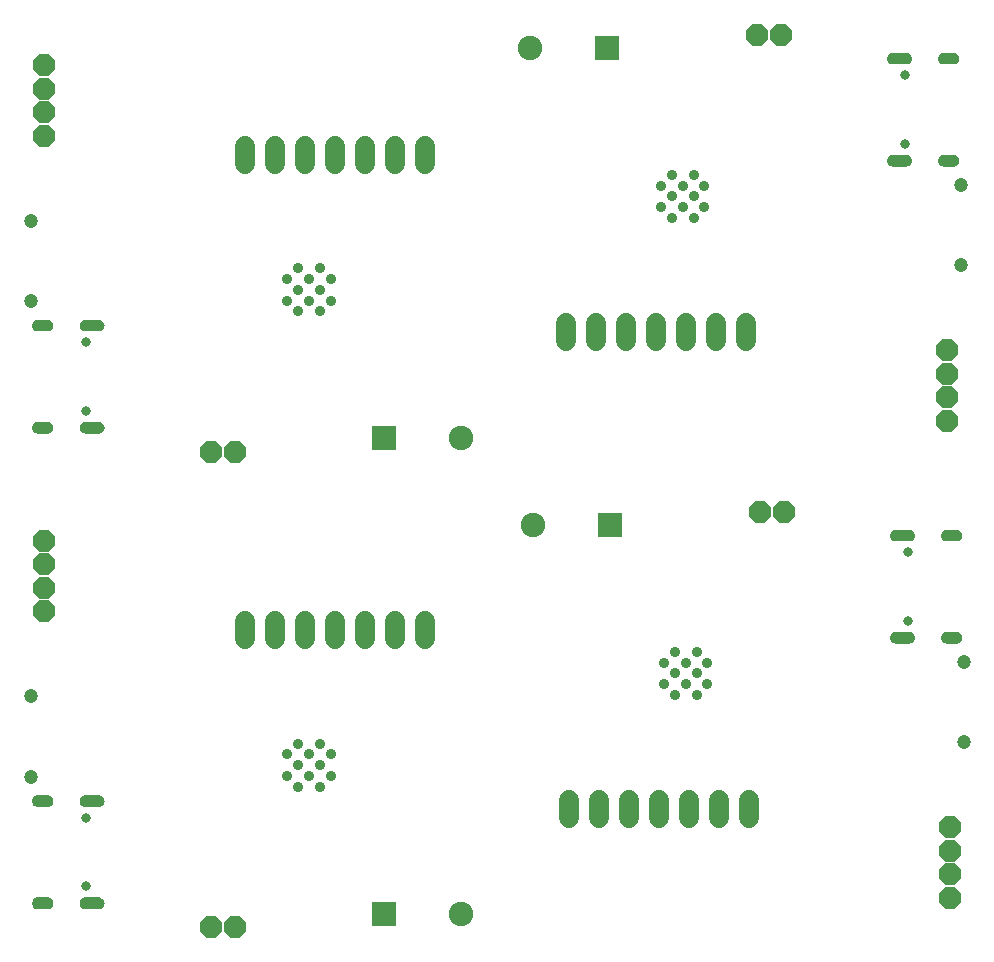
<source format=gbr>
G04 EAGLE Gerber RS-274X export*
G75*
%MOMM*%
%FSLAX34Y34*%
%LPD*%
%INSoldermask Bottom*%
%IPPOS*%
%AMOC8*
5,1,8,0,0,1.08239X$1,22.5*%
G01*
%ADD10C,0.911200*%
%ADD11C,1.203200*%
%ADD12C,0.803200*%
%ADD13C,1.727200*%
%ADD14P,2.034460X8X22.500000*%
%ADD15P,2.034460X8X292.500000*%
%ADD16R,2.070100X2.070100*%
%ADD17C,2.070100*%
%ADD18P,2.034460X8X202.500000*%
%ADD19P,2.034460X8X112.500000*%

G36*
X67523Y443193D02*
X67523Y443193D01*
X67526Y443191D01*
X68638Y443316D01*
X68644Y443322D01*
X68649Y443319D01*
X69706Y443689D01*
X69710Y443696D01*
X69716Y443693D01*
X70664Y444289D01*
X70667Y444297D01*
X70672Y444296D01*
X71464Y445088D01*
X71465Y445096D01*
X71471Y445096D01*
X72067Y446044D01*
X72066Y446053D01*
X72071Y446054D01*
X72441Y447111D01*
X72440Y447115D01*
X72442Y447117D01*
X72440Y447120D01*
X72444Y447122D01*
X72569Y448235D01*
X72565Y448241D01*
X72569Y448245D01*
X72456Y449348D01*
X72450Y449354D01*
X72454Y449359D01*
X72098Y450408D01*
X72091Y450413D01*
X72093Y450418D01*
X71513Y451363D01*
X71506Y451366D01*
X71506Y451372D01*
X70731Y452163D01*
X70722Y452165D01*
X70722Y452170D01*
X69789Y452770D01*
X69781Y452769D01*
X69780Y452774D01*
X68737Y453151D01*
X68729Y453149D01*
X68726Y453154D01*
X67626Y453289D01*
X67623Y453287D01*
X67622Y453287D01*
X67620Y453289D01*
X56620Y453289D01*
X56617Y453287D01*
X56615Y453289D01*
X55490Y453174D01*
X55484Y453168D01*
X55479Y453171D01*
X54408Y452808D01*
X54404Y452801D01*
X54398Y452804D01*
X53435Y452211D01*
X53432Y452204D01*
X53426Y452205D01*
X52618Y451413D01*
X52617Y451405D01*
X52612Y451404D01*
X52000Y450453D01*
X52001Y450447D01*
X51997Y450444D01*
X51997Y450443D01*
X51996Y450443D01*
X51611Y449379D01*
X51614Y449371D01*
X51609Y449368D01*
X51471Y448246D01*
X51475Y448239D01*
X51471Y448235D01*
X51596Y447122D01*
X51602Y447116D01*
X51599Y447111D01*
X51969Y446054D01*
X51976Y446050D01*
X51973Y446044D01*
X52569Y445096D01*
X52577Y445093D01*
X52576Y445088D01*
X53368Y444296D01*
X53376Y444295D01*
X53376Y444289D01*
X54324Y443693D01*
X54333Y443694D01*
X54334Y443689D01*
X55391Y443319D01*
X55399Y443321D01*
X55402Y443316D01*
X56515Y443191D01*
X56518Y443193D01*
X56520Y443191D01*
X67520Y443191D01*
X67523Y443193D01*
G37*
G36*
X67523Y40603D02*
X67523Y40603D01*
X67526Y40601D01*
X68638Y40726D01*
X68644Y40732D01*
X68649Y40729D01*
X69706Y41099D01*
X69710Y41106D01*
X69716Y41103D01*
X70664Y41699D01*
X70667Y41707D01*
X70672Y41706D01*
X71464Y42498D01*
X71465Y42506D01*
X71471Y42506D01*
X72067Y43454D01*
X72066Y43463D01*
X72071Y43464D01*
X72441Y44521D01*
X72440Y44525D01*
X72442Y44527D01*
X72440Y44530D01*
X72444Y44532D01*
X72569Y45645D01*
X72565Y45651D01*
X72569Y45655D01*
X72456Y46758D01*
X72450Y46764D01*
X72454Y46769D01*
X72098Y47818D01*
X72091Y47823D01*
X72093Y47828D01*
X71513Y48773D01*
X71506Y48776D01*
X71506Y48782D01*
X70731Y49573D01*
X70722Y49575D01*
X70722Y49580D01*
X69789Y50180D01*
X69781Y50179D01*
X69780Y50184D01*
X68737Y50561D01*
X68729Y50559D01*
X68726Y50564D01*
X67626Y50699D01*
X67623Y50697D01*
X67622Y50697D01*
X67620Y50699D01*
X56620Y50699D01*
X56617Y50697D01*
X56615Y50699D01*
X55490Y50584D01*
X55484Y50578D01*
X55479Y50581D01*
X54408Y50218D01*
X54404Y50211D01*
X54398Y50214D01*
X53435Y49621D01*
X53432Y49614D01*
X53426Y49615D01*
X52618Y48823D01*
X52617Y48815D01*
X52612Y48814D01*
X52000Y47863D01*
X52001Y47857D01*
X51997Y47854D01*
X51997Y47853D01*
X51996Y47853D01*
X51611Y46789D01*
X51614Y46781D01*
X51609Y46778D01*
X51471Y45656D01*
X51475Y45649D01*
X51471Y45645D01*
X51596Y44532D01*
X51602Y44526D01*
X51599Y44521D01*
X51969Y43464D01*
X51976Y43460D01*
X51973Y43454D01*
X52569Y42506D01*
X52577Y42503D01*
X52576Y42498D01*
X53368Y41706D01*
X53376Y41705D01*
X53376Y41699D01*
X54324Y41103D01*
X54333Y41104D01*
X54334Y41099D01*
X55391Y40729D01*
X55399Y40731D01*
X55402Y40726D01*
X56515Y40601D01*
X56518Y40603D01*
X56520Y40601D01*
X67520Y40601D01*
X67523Y40603D01*
G37*
G36*
X751103Y755753D02*
X751103Y755753D01*
X751105Y755751D01*
X752230Y755867D01*
X752236Y755872D01*
X752241Y755869D01*
X753312Y756232D01*
X753316Y756239D01*
X753322Y756236D01*
X754285Y756829D01*
X754288Y756836D01*
X754294Y756835D01*
X755102Y757627D01*
X755103Y757635D01*
X755109Y757636D01*
X755720Y758587D01*
X755719Y758592D01*
X755721Y758594D01*
X755720Y758596D01*
X755725Y758597D01*
X756109Y759661D01*
X756106Y759669D01*
X756111Y759672D01*
X756249Y760794D01*
X756245Y760801D01*
X756249Y760806D01*
X756124Y761918D01*
X756118Y761924D01*
X756121Y761929D01*
X755751Y762986D01*
X755745Y762990D01*
X755747Y762996D01*
X755151Y763944D01*
X755143Y763947D01*
X755144Y763952D01*
X754352Y764744D01*
X754344Y764745D01*
X754344Y764751D01*
X753396Y765347D01*
X753387Y765346D01*
X753386Y765351D01*
X752329Y765721D01*
X752321Y765719D01*
X752318Y765724D01*
X751206Y765849D01*
X751202Y765847D01*
X751200Y765849D01*
X740200Y765849D01*
X740197Y765847D01*
X740196Y765847D01*
X740195Y765849D01*
X739082Y765724D01*
X739076Y765718D01*
X739071Y765721D01*
X738014Y765351D01*
X738010Y765345D01*
X738004Y765347D01*
X737056Y764751D01*
X737053Y764743D01*
X737048Y764744D01*
X736256Y763952D01*
X736255Y763944D01*
X736249Y763944D01*
X735653Y762996D01*
X735654Y762987D01*
X735649Y762986D01*
X735279Y761929D01*
X735281Y761923D01*
X735277Y761920D01*
X735278Y761919D01*
X735276Y761918D01*
X735151Y760806D01*
X735155Y760799D01*
X735151Y760795D01*
X735264Y759692D01*
X735270Y759686D01*
X735266Y759682D01*
X735622Y758632D01*
X735629Y758627D01*
X735627Y758622D01*
X736207Y757677D01*
X736214Y757674D01*
X736214Y757668D01*
X736989Y756877D01*
X736998Y756875D01*
X736998Y756870D01*
X737931Y756270D01*
X737939Y756271D01*
X737940Y756266D01*
X738983Y755889D01*
X738991Y755891D01*
X738994Y755886D01*
X740094Y755751D01*
X740098Y755753D01*
X740100Y755751D01*
X751100Y755751D01*
X751103Y755753D01*
G37*
G36*
X753643Y351893D02*
X753643Y351893D01*
X753645Y351891D01*
X754770Y352007D01*
X754776Y352012D01*
X754781Y352009D01*
X755852Y352372D01*
X755856Y352379D01*
X755862Y352376D01*
X756825Y352969D01*
X756828Y352976D01*
X756834Y352975D01*
X757642Y353767D01*
X757643Y353775D01*
X757649Y353776D01*
X758260Y354727D01*
X758259Y354732D01*
X758261Y354734D01*
X758260Y354736D01*
X758265Y354737D01*
X758649Y355801D01*
X758646Y355809D01*
X758651Y355812D01*
X758789Y356934D01*
X758785Y356941D01*
X758789Y356946D01*
X758664Y358058D01*
X758658Y358064D01*
X758661Y358069D01*
X758291Y359126D01*
X758285Y359130D01*
X758287Y359136D01*
X757691Y360084D01*
X757683Y360087D01*
X757684Y360092D01*
X756892Y360884D01*
X756884Y360885D01*
X756884Y360891D01*
X755936Y361487D01*
X755927Y361486D01*
X755926Y361491D01*
X754869Y361861D01*
X754861Y361859D01*
X754858Y361864D01*
X753746Y361989D01*
X753742Y361987D01*
X753740Y361989D01*
X742740Y361989D01*
X742737Y361987D01*
X742736Y361987D01*
X742735Y361989D01*
X741622Y361864D01*
X741616Y361858D01*
X741611Y361861D01*
X740554Y361491D01*
X740550Y361485D01*
X740544Y361487D01*
X739596Y360891D01*
X739593Y360883D01*
X739588Y360884D01*
X738796Y360092D01*
X738795Y360084D01*
X738789Y360084D01*
X738193Y359136D01*
X738194Y359127D01*
X738189Y359126D01*
X737819Y358069D01*
X737821Y358063D01*
X737817Y358060D01*
X737818Y358059D01*
X737816Y358058D01*
X737691Y356946D01*
X737695Y356939D01*
X737691Y356935D01*
X737804Y355832D01*
X737810Y355826D01*
X737806Y355822D01*
X738162Y354772D01*
X738169Y354767D01*
X738167Y354762D01*
X738747Y353817D01*
X738754Y353814D01*
X738754Y353808D01*
X739529Y353017D01*
X739538Y353015D01*
X739538Y353010D01*
X740471Y352410D01*
X740479Y352411D01*
X740480Y352406D01*
X741523Y352029D01*
X741531Y352031D01*
X741534Y352026D01*
X742634Y351891D01*
X742638Y351893D01*
X742640Y351891D01*
X753640Y351891D01*
X753643Y351893D01*
G37*
G36*
X751203Y669253D02*
X751203Y669253D01*
X751206Y669251D01*
X752318Y669376D01*
X752324Y669382D01*
X752329Y669379D01*
X753386Y669749D01*
X753390Y669756D01*
X753396Y669753D01*
X754344Y670349D01*
X754347Y670357D01*
X754352Y670356D01*
X755144Y671148D01*
X755145Y671156D01*
X755151Y671156D01*
X755747Y672104D01*
X755746Y672113D01*
X755751Y672114D01*
X756121Y673171D01*
X756120Y673175D01*
X756122Y673177D01*
X756120Y673180D01*
X756124Y673182D01*
X756249Y674295D01*
X756245Y674302D01*
X756249Y674306D01*
X756124Y675418D01*
X756118Y675424D01*
X756121Y675429D01*
X755751Y676486D01*
X755745Y676490D01*
X755747Y676496D01*
X755151Y677444D01*
X755143Y677447D01*
X755144Y677452D01*
X754352Y678244D01*
X754344Y678245D01*
X754344Y678251D01*
X753396Y678847D01*
X753387Y678846D01*
X753386Y678851D01*
X752329Y679221D01*
X752321Y679219D01*
X752318Y679224D01*
X751206Y679349D01*
X751202Y679347D01*
X751200Y679349D01*
X740200Y679349D01*
X740197Y679347D01*
X740196Y679347D01*
X740195Y679349D01*
X739082Y679224D01*
X739076Y679218D01*
X739071Y679221D01*
X738014Y678851D01*
X738010Y678845D01*
X738004Y678847D01*
X737056Y678251D01*
X737053Y678243D01*
X737048Y678244D01*
X736256Y677452D01*
X736255Y677444D01*
X736249Y677444D01*
X735653Y676496D01*
X735654Y676487D01*
X735649Y676486D01*
X735279Y675429D01*
X735281Y675423D01*
X735277Y675420D01*
X735278Y675419D01*
X735276Y675418D01*
X735151Y674306D01*
X735155Y674298D01*
X735151Y674295D01*
X735276Y673182D01*
X735282Y673176D01*
X735279Y673171D01*
X735649Y672114D01*
X735656Y672110D01*
X735653Y672104D01*
X736249Y671156D01*
X736257Y671153D01*
X736256Y671148D01*
X737048Y670356D01*
X737056Y670355D01*
X737056Y670349D01*
X738004Y669753D01*
X738013Y669754D01*
X738014Y669749D01*
X739071Y669379D01*
X739079Y669381D01*
X739082Y669376D01*
X740195Y669251D01*
X740198Y669253D01*
X740200Y669251D01*
X751200Y669251D01*
X751203Y669253D01*
G37*
G36*
X67523Y529693D02*
X67523Y529693D01*
X67526Y529691D01*
X68638Y529816D01*
X68644Y529822D01*
X68649Y529819D01*
X69706Y530189D01*
X69710Y530196D01*
X69716Y530193D01*
X70664Y530789D01*
X70667Y530797D01*
X70672Y530796D01*
X71464Y531588D01*
X71465Y531596D01*
X71471Y531596D01*
X72067Y532544D01*
X72066Y532553D01*
X72071Y532554D01*
X72441Y533611D01*
X72440Y533615D01*
X72442Y533617D01*
X72440Y533620D01*
X72444Y533622D01*
X72569Y534735D01*
X72565Y534742D01*
X72569Y534746D01*
X72444Y535858D01*
X72438Y535864D01*
X72441Y535869D01*
X72071Y536926D01*
X72065Y536930D01*
X72067Y536936D01*
X71471Y537884D01*
X71463Y537887D01*
X71464Y537892D01*
X70672Y538684D01*
X70664Y538685D01*
X70664Y538691D01*
X69716Y539287D01*
X69707Y539286D01*
X69706Y539291D01*
X68649Y539661D01*
X68641Y539659D01*
X68638Y539664D01*
X67526Y539789D01*
X67522Y539787D01*
X67520Y539789D01*
X56520Y539789D01*
X56517Y539787D01*
X56516Y539787D01*
X56515Y539789D01*
X55402Y539664D01*
X55396Y539658D01*
X55391Y539661D01*
X54334Y539291D01*
X54330Y539285D01*
X54324Y539287D01*
X53376Y538691D01*
X53373Y538683D01*
X53368Y538684D01*
X52576Y537892D01*
X52575Y537884D01*
X52569Y537884D01*
X51973Y536936D01*
X51974Y536927D01*
X51969Y536926D01*
X51599Y535869D01*
X51601Y535863D01*
X51597Y535860D01*
X51598Y535859D01*
X51596Y535858D01*
X51471Y534746D01*
X51475Y534738D01*
X51471Y534735D01*
X51596Y533622D01*
X51602Y533616D01*
X51599Y533611D01*
X51969Y532554D01*
X51976Y532550D01*
X51973Y532544D01*
X52569Y531596D01*
X52577Y531593D01*
X52576Y531588D01*
X53368Y530796D01*
X53376Y530795D01*
X53376Y530789D01*
X54324Y530193D01*
X54333Y530194D01*
X54334Y530189D01*
X55391Y529819D01*
X55399Y529821D01*
X55402Y529816D01*
X56515Y529691D01*
X56518Y529693D01*
X56520Y529691D01*
X67520Y529691D01*
X67523Y529693D01*
G37*
G36*
X753743Y265393D02*
X753743Y265393D01*
X753746Y265391D01*
X754858Y265516D01*
X754864Y265522D01*
X754869Y265519D01*
X755926Y265889D01*
X755930Y265896D01*
X755936Y265893D01*
X756884Y266489D01*
X756887Y266497D01*
X756892Y266496D01*
X757684Y267288D01*
X757685Y267296D01*
X757691Y267296D01*
X758287Y268244D01*
X758286Y268253D01*
X758291Y268254D01*
X758661Y269311D01*
X758660Y269315D01*
X758662Y269317D01*
X758660Y269320D01*
X758664Y269322D01*
X758789Y270435D01*
X758785Y270442D01*
X758789Y270446D01*
X758664Y271558D01*
X758658Y271564D01*
X758661Y271569D01*
X758291Y272626D01*
X758285Y272630D01*
X758287Y272636D01*
X757691Y273584D01*
X757683Y273587D01*
X757684Y273592D01*
X756892Y274384D01*
X756884Y274385D01*
X756884Y274391D01*
X755936Y274987D01*
X755927Y274986D01*
X755926Y274991D01*
X754869Y275361D01*
X754861Y275359D01*
X754858Y275364D01*
X753746Y275489D01*
X753742Y275487D01*
X753740Y275489D01*
X742740Y275489D01*
X742737Y275487D01*
X742736Y275487D01*
X742735Y275489D01*
X741622Y275364D01*
X741616Y275358D01*
X741611Y275361D01*
X740554Y274991D01*
X740550Y274985D01*
X740544Y274987D01*
X739596Y274391D01*
X739593Y274383D01*
X739588Y274384D01*
X738796Y273592D01*
X738795Y273584D01*
X738789Y273584D01*
X738193Y272636D01*
X738194Y272627D01*
X738189Y272626D01*
X737819Y271569D01*
X737821Y271563D01*
X737817Y271560D01*
X737818Y271559D01*
X737816Y271558D01*
X737691Y270446D01*
X737695Y270438D01*
X737691Y270435D01*
X737816Y269322D01*
X737822Y269316D01*
X737819Y269311D01*
X738189Y268254D01*
X738196Y268250D01*
X738193Y268244D01*
X738789Y267296D01*
X738797Y267293D01*
X738796Y267288D01*
X739588Y266496D01*
X739596Y266495D01*
X739596Y266489D01*
X740544Y265893D01*
X740553Y265894D01*
X740554Y265889D01*
X741611Y265519D01*
X741619Y265521D01*
X741622Y265516D01*
X742735Y265391D01*
X742738Y265393D01*
X742740Y265391D01*
X753740Y265391D01*
X753743Y265393D01*
G37*
G36*
X67523Y127103D02*
X67523Y127103D01*
X67526Y127101D01*
X68638Y127226D01*
X68644Y127232D01*
X68649Y127229D01*
X69706Y127599D01*
X69710Y127606D01*
X69716Y127603D01*
X70664Y128199D01*
X70667Y128207D01*
X70672Y128206D01*
X71464Y128998D01*
X71465Y129006D01*
X71471Y129006D01*
X72067Y129954D01*
X72066Y129963D01*
X72071Y129964D01*
X72441Y131021D01*
X72440Y131025D01*
X72442Y131027D01*
X72440Y131030D01*
X72444Y131032D01*
X72569Y132145D01*
X72565Y132152D01*
X72569Y132156D01*
X72444Y133268D01*
X72438Y133274D01*
X72441Y133279D01*
X72071Y134336D01*
X72065Y134340D01*
X72067Y134346D01*
X71471Y135294D01*
X71463Y135297D01*
X71464Y135302D01*
X70672Y136094D01*
X70664Y136095D01*
X70664Y136101D01*
X69716Y136697D01*
X69707Y136696D01*
X69706Y136701D01*
X68649Y137071D01*
X68641Y137069D01*
X68638Y137074D01*
X67526Y137199D01*
X67522Y137197D01*
X67520Y137199D01*
X56520Y137199D01*
X56517Y137197D01*
X56516Y137197D01*
X56515Y137199D01*
X55402Y137074D01*
X55396Y137068D01*
X55391Y137071D01*
X54334Y136701D01*
X54330Y136695D01*
X54324Y136697D01*
X53376Y136101D01*
X53373Y136093D01*
X53368Y136094D01*
X52576Y135302D01*
X52575Y135294D01*
X52569Y135294D01*
X51973Y134346D01*
X51974Y134337D01*
X51969Y134336D01*
X51599Y133279D01*
X51601Y133273D01*
X51597Y133270D01*
X51598Y133269D01*
X51596Y133268D01*
X51471Y132156D01*
X51475Y132148D01*
X51471Y132145D01*
X51596Y131032D01*
X51602Y131026D01*
X51599Y131021D01*
X51969Y129964D01*
X51976Y129960D01*
X51973Y129954D01*
X52569Y129006D01*
X52577Y129003D01*
X52576Y128998D01*
X53368Y128206D01*
X53376Y128205D01*
X53376Y128199D01*
X54324Y127603D01*
X54333Y127604D01*
X54334Y127599D01*
X55391Y127229D01*
X55399Y127231D01*
X55402Y127226D01*
X56515Y127101D01*
X56518Y127103D01*
X56520Y127101D01*
X67520Y127101D01*
X67523Y127103D01*
G37*
G36*
X791403Y755753D02*
X791403Y755753D01*
X791406Y755751D01*
X792518Y755876D01*
X792524Y755882D01*
X792529Y755879D01*
X793586Y756249D01*
X793590Y756256D01*
X793596Y756253D01*
X794544Y756849D01*
X794547Y756857D01*
X794552Y756856D01*
X795344Y757648D01*
X795345Y757656D01*
X795351Y757656D01*
X795947Y758604D01*
X795946Y758613D01*
X795951Y758614D01*
X796321Y759671D01*
X796320Y759675D01*
X796322Y759677D01*
X796320Y759680D01*
X796324Y759682D01*
X796449Y760795D01*
X796445Y760802D01*
X796449Y760806D01*
X796324Y761918D01*
X796318Y761924D01*
X796321Y761929D01*
X795951Y762986D01*
X795945Y762990D01*
X795947Y762996D01*
X795351Y763944D01*
X795343Y763947D01*
X795344Y763952D01*
X794552Y764744D01*
X794544Y764745D01*
X794544Y764751D01*
X793596Y765347D01*
X793587Y765346D01*
X793586Y765351D01*
X792529Y765721D01*
X792521Y765719D01*
X792518Y765724D01*
X791406Y765849D01*
X791402Y765847D01*
X791400Y765849D01*
X783400Y765849D01*
X783397Y765847D01*
X783396Y765847D01*
X783395Y765849D01*
X782282Y765724D01*
X782276Y765718D01*
X782271Y765721D01*
X781214Y765351D01*
X781210Y765345D01*
X781204Y765347D01*
X780256Y764751D01*
X780253Y764743D01*
X780248Y764744D01*
X779456Y763952D01*
X779455Y763944D01*
X779449Y763944D01*
X778853Y762996D01*
X778854Y762987D01*
X778849Y762986D01*
X778479Y761929D01*
X778481Y761923D01*
X778477Y761920D01*
X778478Y761919D01*
X778476Y761918D01*
X778351Y760806D01*
X778355Y760798D01*
X778351Y760795D01*
X778476Y759682D01*
X778482Y759676D01*
X778479Y759671D01*
X778849Y758614D01*
X778856Y758610D01*
X778853Y758604D01*
X779449Y757656D01*
X779457Y757653D01*
X779456Y757648D01*
X780248Y756856D01*
X780256Y756855D01*
X780256Y756849D01*
X781204Y756253D01*
X781213Y756254D01*
X781214Y756249D01*
X782271Y755879D01*
X782279Y755881D01*
X782282Y755876D01*
X783395Y755751D01*
X783398Y755753D01*
X783400Y755751D01*
X791400Y755751D01*
X791403Y755753D01*
G37*
G36*
X791403Y669253D02*
X791403Y669253D01*
X791406Y669251D01*
X792518Y669376D01*
X792524Y669382D01*
X792529Y669379D01*
X793586Y669749D01*
X793590Y669756D01*
X793596Y669753D01*
X794544Y670349D01*
X794547Y670357D01*
X794552Y670356D01*
X795344Y671148D01*
X795345Y671156D01*
X795351Y671156D01*
X795947Y672104D01*
X795946Y672113D01*
X795951Y672114D01*
X796321Y673171D01*
X796320Y673175D01*
X796322Y673177D01*
X796320Y673180D01*
X796324Y673182D01*
X796449Y674295D01*
X796445Y674302D01*
X796449Y674306D01*
X796324Y675418D01*
X796318Y675424D01*
X796321Y675429D01*
X795951Y676486D01*
X795945Y676490D01*
X795947Y676496D01*
X795351Y677444D01*
X795343Y677447D01*
X795344Y677452D01*
X794552Y678244D01*
X794544Y678245D01*
X794544Y678251D01*
X793596Y678847D01*
X793587Y678846D01*
X793586Y678851D01*
X792529Y679221D01*
X792521Y679219D01*
X792518Y679224D01*
X791406Y679349D01*
X791402Y679347D01*
X791400Y679349D01*
X783400Y679349D01*
X783397Y679347D01*
X783396Y679347D01*
X783395Y679349D01*
X782282Y679224D01*
X782276Y679218D01*
X782271Y679221D01*
X781214Y678851D01*
X781210Y678845D01*
X781204Y678847D01*
X780256Y678251D01*
X780253Y678243D01*
X780248Y678244D01*
X779456Y677452D01*
X779455Y677444D01*
X779449Y677444D01*
X778853Y676496D01*
X778854Y676487D01*
X778849Y676486D01*
X778479Y675429D01*
X778481Y675423D01*
X778477Y675420D01*
X778478Y675419D01*
X778476Y675418D01*
X778351Y674306D01*
X778355Y674298D01*
X778351Y674295D01*
X778476Y673182D01*
X778482Y673176D01*
X778479Y673171D01*
X778849Y672114D01*
X778856Y672110D01*
X778853Y672104D01*
X779449Y671156D01*
X779457Y671153D01*
X779456Y671148D01*
X780248Y670356D01*
X780256Y670355D01*
X780256Y670349D01*
X781204Y669753D01*
X781213Y669754D01*
X781214Y669749D01*
X782271Y669379D01*
X782279Y669381D01*
X782282Y669376D01*
X783395Y669251D01*
X783398Y669253D01*
X783400Y669251D01*
X791400Y669251D01*
X791403Y669253D01*
G37*
G36*
X24323Y529693D02*
X24323Y529693D01*
X24326Y529691D01*
X25438Y529816D01*
X25444Y529822D01*
X25449Y529819D01*
X26506Y530189D01*
X26510Y530196D01*
X26516Y530193D01*
X27464Y530789D01*
X27467Y530797D01*
X27472Y530796D01*
X28264Y531588D01*
X28265Y531596D01*
X28271Y531596D01*
X28867Y532544D01*
X28866Y532553D01*
X28871Y532554D01*
X29241Y533611D01*
X29240Y533615D01*
X29242Y533617D01*
X29240Y533620D01*
X29244Y533622D01*
X29369Y534735D01*
X29365Y534742D01*
X29369Y534746D01*
X29244Y535858D01*
X29238Y535864D01*
X29241Y535869D01*
X28871Y536926D01*
X28865Y536930D01*
X28867Y536936D01*
X28271Y537884D01*
X28263Y537887D01*
X28264Y537892D01*
X27472Y538684D01*
X27464Y538685D01*
X27464Y538691D01*
X26516Y539287D01*
X26507Y539286D01*
X26506Y539291D01*
X25449Y539661D01*
X25441Y539659D01*
X25438Y539664D01*
X24326Y539789D01*
X24322Y539787D01*
X24320Y539789D01*
X16320Y539789D01*
X16317Y539787D01*
X16316Y539787D01*
X16315Y539789D01*
X15202Y539664D01*
X15196Y539658D01*
X15191Y539661D01*
X14134Y539291D01*
X14130Y539285D01*
X14124Y539287D01*
X13176Y538691D01*
X13173Y538683D01*
X13168Y538684D01*
X12376Y537892D01*
X12375Y537884D01*
X12369Y537884D01*
X11773Y536936D01*
X11774Y536927D01*
X11769Y536926D01*
X11399Y535869D01*
X11401Y535863D01*
X11397Y535860D01*
X11398Y535859D01*
X11396Y535858D01*
X11271Y534746D01*
X11275Y534738D01*
X11271Y534735D01*
X11396Y533622D01*
X11402Y533616D01*
X11399Y533611D01*
X11769Y532554D01*
X11776Y532550D01*
X11773Y532544D01*
X12369Y531596D01*
X12377Y531593D01*
X12376Y531588D01*
X13168Y530796D01*
X13176Y530795D01*
X13176Y530789D01*
X14124Y530193D01*
X14133Y530194D01*
X14134Y530189D01*
X15191Y529819D01*
X15199Y529821D01*
X15202Y529816D01*
X16315Y529691D01*
X16318Y529693D01*
X16320Y529691D01*
X24320Y529691D01*
X24323Y529693D01*
G37*
G36*
X24323Y443193D02*
X24323Y443193D01*
X24326Y443191D01*
X25438Y443316D01*
X25444Y443322D01*
X25449Y443319D01*
X26506Y443689D01*
X26510Y443696D01*
X26516Y443693D01*
X27464Y444289D01*
X27467Y444297D01*
X27472Y444296D01*
X28264Y445088D01*
X28265Y445096D01*
X28271Y445096D01*
X28867Y446044D01*
X28866Y446053D01*
X28871Y446054D01*
X29241Y447111D01*
X29240Y447115D01*
X29242Y447117D01*
X29240Y447120D01*
X29244Y447122D01*
X29369Y448235D01*
X29365Y448242D01*
X29369Y448246D01*
X29244Y449358D01*
X29238Y449364D01*
X29241Y449369D01*
X28871Y450426D01*
X28865Y450430D01*
X28867Y450436D01*
X28271Y451384D01*
X28263Y451387D01*
X28264Y451392D01*
X27472Y452184D01*
X27464Y452185D01*
X27464Y452191D01*
X26516Y452787D01*
X26507Y452786D01*
X26506Y452791D01*
X25449Y453161D01*
X25441Y453159D01*
X25438Y453164D01*
X24326Y453289D01*
X24322Y453287D01*
X24320Y453289D01*
X16320Y453289D01*
X16317Y453287D01*
X16316Y453287D01*
X16315Y453289D01*
X15202Y453164D01*
X15196Y453158D01*
X15191Y453161D01*
X14134Y452791D01*
X14130Y452785D01*
X14124Y452787D01*
X13176Y452191D01*
X13173Y452183D01*
X13168Y452184D01*
X12376Y451392D01*
X12375Y451384D01*
X12369Y451384D01*
X11773Y450436D01*
X11774Y450427D01*
X11769Y450426D01*
X11399Y449369D01*
X11401Y449363D01*
X11397Y449360D01*
X11398Y449359D01*
X11396Y449358D01*
X11271Y448246D01*
X11275Y448238D01*
X11271Y448235D01*
X11396Y447122D01*
X11402Y447116D01*
X11399Y447111D01*
X11769Y446054D01*
X11776Y446050D01*
X11773Y446044D01*
X12369Y445096D01*
X12377Y445093D01*
X12376Y445088D01*
X13168Y444296D01*
X13176Y444295D01*
X13176Y444289D01*
X14124Y443693D01*
X14133Y443694D01*
X14134Y443689D01*
X15191Y443319D01*
X15199Y443321D01*
X15202Y443316D01*
X16315Y443191D01*
X16318Y443193D01*
X16320Y443191D01*
X24320Y443191D01*
X24323Y443193D01*
G37*
G36*
X793943Y351893D02*
X793943Y351893D01*
X793946Y351891D01*
X795058Y352016D01*
X795064Y352022D01*
X795069Y352019D01*
X796126Y352389D01*
X796130Y352396D01*
X796136Y352393D01*
X797084Y352989D01*
X797087Y352997D01*
X797092Y352996D01*
X797884Y353788D01*
X797885Y353796D01*
X797891Y353796D01*
X798487Y354744D01*
X798486Y354753D01*
X798491Y354754D01*
X798861Y355811D01*
X798860Y355815D01*
X798862Y355817D01*
X798860Y355820D01*
X798864Y355822D01*
X798989Y356935D01*
X798985Y356942D01*
X798989Y356946D01*
X798864Y358058D01*
X798858Y358064D01*
X798861Y358069D01*
X798491Y359126D01*
X798485Y359130D01*
X798487Y359136D01*
X797891Y360084D01*
X797883Y360087D01*
X797884Y360092D01*
X797092Y360884D01*
X797084Y360885D01*
X797084Y360891D01*
X796136Y361487D01*
X796127Y361486D01*
X796126Y361491D01*
X795069Y361861D01*
X795061Y361859D01*
X795058Y361864D01*
X793946Y361989D01*
X793942Y361987D01*
X793940Y361989D01*
X785940Y361989D01*
X785937Y361987D01*
X785936Y361987D01*
X785935Y361989D01*
X784822Y361864D01*
X784816Y361858D01*
X784811Y361861D01*
X783754Y361491D01*
X783750Y361485D01*
X783744Y361487D01*
X782796Y360891D01*
X782793Y360883D01*
X782788Y360884D01*
X781996Y360092D01*
X781995Y360084D01*
X781989Y360084D01*
X781393Y359136D01*
X781394Y359127D01*
X781389Y359126D01*
X781019Y358069D01*
X781021Y358063D01*
X781017Y358060D01*
X781018Y358059D01*
X781016Y358058D01*
X780891Y356946D01*
X780895Y356938D01*
X780891Y356935D01*
X781016Y355822D01*
X781022Y355816D01*
X781019Y355811D01*
X781389Y354754D01*
X781396Y354750D01*
X781393Y354744D01*
X781989Y353796D01*
X781997Y353793D01*
X781996Y353788D01*
X782788Y352996D01*
X782796Y352995D01*
X782796Y352989D01*
X783744Y352393D01*
X783753Y352394D01*
X783754Y352389D01*
X784811Y352019D01*
X784819Y352021D01*
X784822Y352016D01*
X785935Y351891D01*
X785938Y351893D01*
X785940Y351891D01*
X793940Y351891D01*
X793943Y351893D01*
G37*
G36*
X793943Y265393D02*
X793943Y265393D01*
X793946Y265391D01*
X795058Y265516D01*
X795064Y265522D01*
X795069Y265519D01*
X796126Y265889D01*
X796130Y265896D01*
X796136Y265893D01*
X797084Y266489D01*
X797087Y266497D01*
X797092Y266496D01*
X797884Y267288D01*
X797885Y267296D01*
X797891Y267296D01*
X798487Y268244D01*
X798486Y268253D01*
X798491Y268254D01*
X798861Y269311D01*
X798860Y269315D01*
X798862Y269317D01*
X798860Y269320D01*
X798864Y269322D01*
X798989Y270435D01*
X798985Y270442D01*
X798989Y270446D01*
X798864Y271558D01*
X798858Y271564D01*
X798861Y271569D01*
X798491Y272626D01*
X798485Y272630D01*
X798487Y272636D01*
X797891Y273584D01*
X797883Y273587D01*
X797884Y273592D01*
X797092Y274384D01*
X797084Y274385D01*
X797084Y274391D01*
X796136Y274987D01*
X796127Y274986D01*
X796126Y274991D01*
X795069Y275361D01*
X795061Y275359D01*
X795058Y275364D01*
X793946Y275489D01*
X793942Y275487D01*
X793940Y275489D01*
X785940Y275489D01*
X785937Y275487D01*
X785936Y275487D01*
X785935Y275489D01*
X784822Y275364D01*
X784816Y275358D01*
X784811Y275361D01*
X783754Y274991D01*
X783750Y274985D01*
X783744Y274987D01*
X782796Y274391D01*
X782793Y274383D01*
X782788Y274384D01*
X781996Y273592D01*
X781995Y273584D01*
X781989Y273584D01*
X781393Y272636D01*
X781394Y272627D01*
X781389Y272626D01*
X781019Y271569D01*
X781021Y271563D01*
X781017Y271560D01*
X781018Y271559D01*
X781016Y271558D01*
X780891Y270446D01*
X780895Y270438D01*
X780891Y270435D01*
X781016Y269322D01*
X781022Y269316D01*
X781019Y269311D01*
X781389Y268254D01*
X781396Y268250D01*
X781393Y268244D01*
X781989Y267296D01*
X781997Y267293D01*
X781996Y267288D01*
X782788Y266496D01*
X782796Y266495D01*
X782796Y266489D01*
X783744Y265893D01*
X783753Y265894D01*
X783754Y265889D01*
X784811Y265519D01*
X784819Y265521D01*
X784822Y265516D01*
X785935Y265391D01*
X785938Y265393D01*
X785940Y265391D01*
X793940Y265391D01*
X793943Y265393D01*
G37*
G36*
X24323Y127103D02*
X24323Y127103D01*
X24326Y127101D01*
X25438Y127226D01*
X25444Y127232D01*
X25449Y127229D01*
X26506Y127599D01*
X26510Y127606D01*
X26516Y127603D01*
X27464Y128199D01*
X27467Y128207D01*
X27472Y128206D01*
X28264Y128998D01*
X28265Y129006D01*
X28271Y129006D01*
X28867Y129954D01*
X28866Y129963D01*
X28871Y129964D01*
X29241Y131021D01*
X29240Y131025D01*
X29242Y131027D01*
X29240Y131030D01*
X29244Y131032D01*
X29369Y132145D01*
X29365Y132152D01*
X29369Y132156D01*
X29244Y133268D01*
X29238Y133274D01*
X29241Y133279D01*
X28871Y134336D01*
X28865Y134340D01*
X28867Y134346D01*
X28271Y135294D01*
X28263Y135297D01*
X28264Y135302D01*
X27472Y136094D01*
X27464Y136095D01*
X27464Y136101D01*
X26516Y136697D01*
X26507Y136696D01*
X26506Y136701D01*
X25449Y137071D01*
X25441Y137069D01*
X25438Y137074D01*
X24326Y137199D01*
X24322Y137197D01*
X24320Y137199D01*
X16320Y137199D01*
X16317Y137197D01*
X16316Y137197D01*
X16315Y137199D01*
X15202Y137074D01*
X15196Y137068D01*
X15191Y137071D01*
X14134Y136701D01*
X14130Y136695D01*
X14124Y136697D01*
X13176Y136101D01*
X13173Y136093D01*
X13168Y136094D01*
X12376Y135302D01*
X12375Y135294D01*
X12369Y135294D01*
X11773Y134346D01*
X11774Y134337D01*
X11769Y134336D01*
X11399Y133279D01*
X11401Y133273D01*
X11397Y133270D01*
X11398Y133269D01*
X11396Y133268D01*
X11271Y132156D01*
X11275Y132148D01*
X11271Y132145D01*
X11396Y131032D01*
X11402Y131026D01*
X11399Y131021D01*
X11769Y129964D01*
X11776Y129960D01*
X11773Y129954D01*
X12369Y129006D01*
X12377Y129003D01*
X12376Y128998D01*
X13168Y128206D01*
X13176Y128205D01*
X13176Y128199D01*
X14124Y127603D01*
X14133Y127604D01*
X14134Y127599D01*
X15191Y127229D01*
X15199Y127231D01*
X15202Y127226D01*
X16315Y127101D01*
X16318Y127103D01*
X16320Y127101D01*
X24320Y127101D01*
X24323Y127103D01*
G37*
G36*
X24323Y40603D02*
X24323Y40603D01*
X24326Y40601D01*
X25438Y40726D01*
X25444Y40732D01*
X25449Y40729D01*
X26506Y41099D01*
X26510Y41106D01*
X26516Y41103D01*
X27464Y41699D01*
X27467Y41707D01*
X27472Y41706D01*
X28264Y42498D01*
X28265Y42506D01*
X28271Y42506D01*
X28867Y43454D01*
X28866Y43463D01*
X28871Y43464D01*
X29241Y44521D01*
X29240Y44525D01*
X29242Y44527D01*
X29240Y44530D01*
X29244Y44532D01*
X29369Y45645D01*
X29365Y45652D01*
X29369Y45656D01*
X29244Y46768D01*
X29238Y46774D01*
X29241Y46779D01*
X28871Y47836D01*
X28865Y47840D01*
X28867Y47846D01*
X28271Y48794D01*
X28263Y48797D01*
X28264Y48802D01*
X27472Y49594D01*
X27464Y49595D01*
X27464Y49601D01*
X26516Y50197D01*
X26507Y50196D01*
X26506Y50201D01*
X25449Y50571D01*
X25441Y50569D01*
X25438Y50574D01*
X24326Y50699D01*
X24322Y50697D01*
X24320Y50699D01*
X16320Y50699D01*
X16317Y50697D01*
X16316Y50697D01*
X16315Y50699D01*
X15202Y50574D01*
X15196Y50568D01*
X15191Y50571D01*
X14134Y50201D01*
X14130Y50195D01*
X14124Y50197D01*
X13176Y49601D01*
X13173Y49593D01*
X13168Y49594D01*
X12376Y48802D01*
X12375Y48794D01*
X12369Y48794D01*
X11773Y47846D01*
X11774Y47837D01*
X11769Y47836D01*
X11399Y46779D01*
X11401Y46773D01*
X11397Y46770D01*
X11398Y46769D01*
X11396Y46768D01*
X11271Y45656D01*
X11275Y45648D01*
X11271Y45645D01*
X11396Y44532D01*
X11402Y44526D01*
X11399Y44521D01*
X11769Y43464D01*
X11776Y43460D01*
X11773Y43454D01*
X12369Y42506D01*
X12377Y42503D01*
X12376Y42498D01*
X13168Y41706D01*
X13176Y41705D01*
X13176Y41699D01*
X14124Y41103D01*
X14133Y41104D01*
X14134Y41099D01*
X15191Y40729D01*
X15199Y40731D01*
X15202Y40726D01*
X16315Y40601D01*
X16318Y40603D01*
X16320Y40601D01*
X24320Y40601D01*
X24323Y40603D01*
G37*
D10*
X263920Y171575D03*
X263920Y153225D03*
X254745Y180750D03*
X254745Y162400D03*
X254745Y144050D03*
X245570Y171575D03*
X245570Y153225D03*
X236395Y180750D03*
X236395Y162400D03*
X236395Y144050D03*
X227220Y171575D03*
X227220Y153225D03*
D11*
X10160Y220690D03*
X10160Y152690D03*
D12*
X57120Y117800D03*
X57120Y60000D03*
D13*
X344170Y269240D02*
X344170Y284480D01*
X318770Y284480D02*
X318770Y269240D01*
X293370Y269240D02*
X293370Y284480D01*
X267970Y284480D02*
X267970Y269240D01*
X242570Y269240D02*
X242570Y284480D01*
X217170Y284480D02*
X217170Y269240D01*
X191770Y269240D02*
X191770Y284480D01*
D14*
X162720Y25400D03*
X182720Y25400D03*
D15*
X21590Y352580D03*
X21590Y332580D03*
X21590Y312580D03*
X21590Y292580D03*
D16*
X309626Y36830D03*
D17*
X374650Y36830D03*
D10*
X263920Y574165D03*
X263920Y555815D03*
X254745Y583340D03*
X254745Y564990D03*
X254745Y546640D03*
X245570Y574165D03*
X245570Y555815D03*
X236395Y583340D03*
X236395Y564990D03*
X236395Y546640D03*
X227220Y574165D03*
X227220Y555815D03*
D11*
X10160Y623280D03*
X10160Y555280D03*
D12*
X57120Y520390D03*
X57120Y462590D03*
D13*
X344170Y671830D02*
X344170Y687070D01*
X318770Y687070D02*
X318770Y671830D01*
X293370Y671830D02*
X293370Y687070D01*
X267970Y687070D02*
X267970Y671830D01*
X242570Y671830D02*
X242570Y687070D01*
X217170Y687070D02*
X217170Y671830D01*
X191770Y671830D02*
X191770Y687070D01*
D14*
X162720Y427990D03*
X182720Y427990D03*
D15*
X21590Y755170D03*
X21590Y735170D03*
X21590Y715170D03*
X21590Y695170D03*
D16*
X309626Y439420D03*
D17*
X374650Y439420D03*
D10*
X546340Y231015D03*
X546340Y249365D03*
X555515Y221840D03*
X555515Y240190D03*
X555515Y258540D03*
X564690Y231015D03*
X564690Y249365D03*
X573865Y221840D03*
X573865Y240190D03*
X573865Y258540D03*
X583040Y231015D03*
X583040Y249365D03*
D11*
X800100Y181900D03*
X800100Y249900D03*
D12*
X753140Y284790D03*
X753140Y342590D03*
D13*
X466090Y133350D02*
X466090Y118110D01*
X491490Y118110D02*
X491490Y133350D01*
X516890Y133350D02*
X516890Y118110D01*
X542290Y118110D02*
X542290Y133350D01*
X567690Y133350D02*
X567690Y118110D01*
X593090Y118110D02*
X593090Y133350D01*
X618490Y133350D02*
X618490Y118110D01*
D18*
X647540Y377190D03*
X627540Y377190D03*
D19*
X788670Y50010D03*
X788670Y70010D03*
X788670Y90010D03*
X788670Y110010D03*
D16*
X500634Y365760D03*
D17*
X435610Y365760D03*
D10*
X543800Y634875D03*
X543800Y653225D03*
X552975Y625700D03*
X552975Y644050D03*
X552975Y662400D03*
X562150Y634875D03*
X562150Y653225D03*
X571325Y625700D03*
X571325Y644050D03*
X571325Y662400D03*
X580500Y634875D03*
X580500Y653225D03*
D11*
X797560Y585760D03*
X797560Y653760D03*
D12*
X750600Y688650D03*
X750600Y746450D03*
D13*
X463550Y537210D02*
X463550Y521970D01*
X488950Y521970D02*
X488950Y537210D01*
X514350Y537210D02*
X514350Y521970D01*
X539750Y521970D02*
X539750Y537210D01*
X565150Y537210D02*
X565150Y521970D01*
X590550Y521970D02*
X590550Y537210D01*
X615950Y537210D02*
X615950Y521970D01*
D18*
X645000Y781050D03*
X625000Y781050D03*
D19*
X786130Y453870D03*
X786130Y473870D03*
X786130Y493870D03*
X786130Y513870D03*
D16*
X498094Y769620D03*
D17*
X433070Y769620D03*
M02*

</source>
